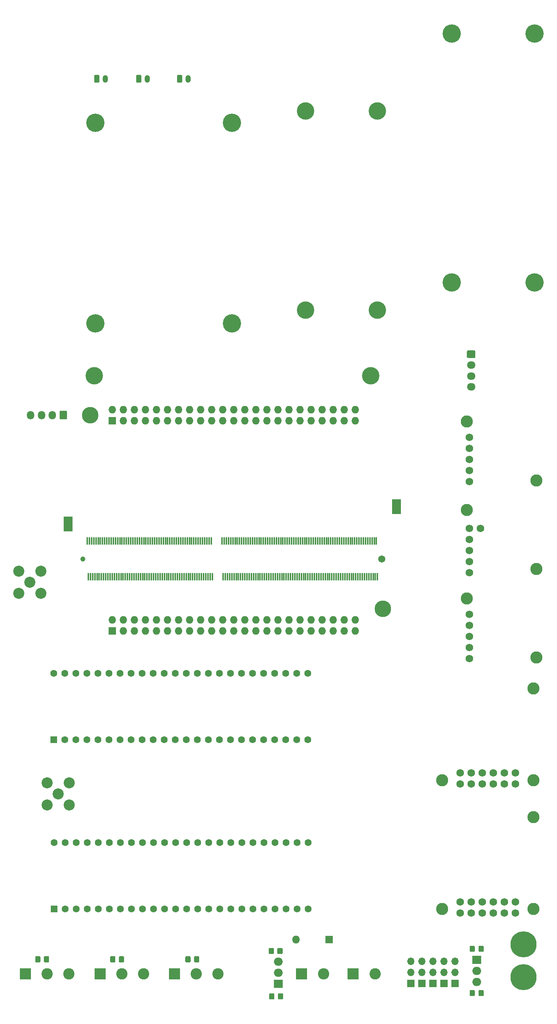
<source format=gbr>
%TF.GenerationSoftware,KiCad,Pcbnew,5.1.5+dfsg1-2build2*%
%TF.CreationDate,2020-11-09T16:58:00-06:00*%
%TF.ProjectId,TARS-MK1,54415253-2d4d-44b3-912e-6b696361645f,rev?*%
%TF.SameCoordinates,Original*%
%TF.FileFunction,Soldermask,Bot*%
%TF.FilePolarity,Negative*%
%FSLAX46Y46*%
G04 Gerber Fmt 4.6, Leading zero omitted, Abs format (unit mm)*
G04 Created by KiCad (PCBNEW 5.1.5+dfsg1-2build2) date 2020-11-09 16:58:00*
%MOMM*%
%LPD*%
G04 APERTURE LIST*
%ADD10C,3.800000*%
%ADD11O,1.727200X1.727200*%
%ADD12R,1.727200X1.727200*%
%ADD13O,1.200000X1.750000*%
%ADD14C,0.100000*%
%ADD15O,2.000000X1.905000*%
%ADD16R,2.000000X1.905000*%
%ADD17C,1.600000*%
%ADD18R,1.600000X1.600000*%
%ADD19C,2.600000*%
%ADD20R,2.600000X2.600000*%
%ADD21O,1.800000X1.800000*%
%ADD22R,1.800000X1.800000*%
%ADD23C,4.000000*%
%ADD24C,4.200000*%
%ADD25C,2.800000*%
%ADD26C,1.750000*%
%ADD27C,2.540000*%
%ADD28O,1.700000X1.700000*%
%ADD29R,1.700000X1.700000*%
%ADD30R,2.000000X3.500000*%
%ADD31C,1.150000*%
%ADD32C,1.650000*%
%ADD33R,0.300000X1.750000*%
%ADD34O,1.950000X1.700000*%
%ADD35C,6.000000*%
%ADD36O,1.700000X1.950000*%
G04 APERTURE END LIST*
D10*
%TO.C,U2001*%
X286360000Y-180970000D03*
X219050000Y-136520000D03*
D11*
X236830000Y-137790000D03*
X244450000Y-137790000D03*
X231750000Y-135250000D03*
X264770000Y-135250000D03*
X267310000Y-137790000D03*
X234290000Y-135250000D03*
X267310000Y-135250000D03*
X269850000Y-137790000D03*
X269850000Y-135250000D03*
X239370000Y-135250000D03*
X257150000Y-135250000D03*
X259690000Y-137790000D03*
X246990000Y-137790000D03*
X234290000Y-137790000D03*
X229210000Y-135250000D03*
X231750000Y-137790000D03*
X252070000Y-135250000D03*
X236830000Y-135250000D03*
X280010000Y-135250000D03*
X241910000Y-135250000D03*
X254610000Y-137790000D03*
X241910000Y-137790000D03*
D12*
X224130000Y-137790000D03*
D11*
X224130000Y-135250000D03*
X262230000Y-135250000D03*
X264770000Y-137790000D03*
X244450000Y-135250000D03*
X254610000Y-135250000D03*
X249530000Y-137790000D03*
X257150000Y-137790000D03*
X272390000Y-137790000D03*
X272390000Y-135250000D03*
X274930000Y-137790000D03*
X274930000Y-135250000D03*
X277470000Y-137790000D03*
X277470000Y-135250000D03*
X280010000Y-137790000D03*
X259690000Y-135250000D03*
X262230000Y-137790000D03*
X252070000Y-137790000D03*
X239370000Y-137790000D03*
X226670000Y-137790000D03*
X226670000Y-135250000D03*
X229210000Y-137790000D03*
X249530000Y-135250000D03*
X246990000Y-135250000D03*
X280010000Y-183510000D03*
X280010000Y-186050000D03*
X277470000Y-183510000D03*
X277470000Y-186050000D03*
X274930000Y-183510000D03*
X274930000Y-186050000D03*
X272390000Y-183510000D03*
X272390000Y-186050000D03*
X269850000Y-183510000D03*
X269850000Y-186050000D03*
X267310000Y-183510000D03*
X267310000Y-186050000D03*
X264770000Y-183510000D03*
X264770000Y-186050000D03*
X262230000Y-183510000D03*
X262230000Y-186050000D03*
X259690000Y-183510000D03*
X259690000Y-186050000D03*
X257150000Y-183510000D03*
X257150000Y-186050000D03*
X254610000Y-183510000D03*
X254610000Y-186050000D03*
X252070000Y-183510000D03*
X252070000Y-186050000D03*
X249530000Y-183510000D03*
X249530000Y-186050000D03*
X246990000Y-183510000D03*
X246990000Y-186050000D03*
X244450000Y-183510000D03*
X244450000Y-186050000D03*
X241910000Y-183510000D03*
X241910000Y-186050000D03*
X239370000Y-183510000D03*
X239370000Y-186050000D03*
X236830000Y-183510000D03*
X236830000Y-186050000D03*
X234290000Y-183510000D03*
X234290000Y-186050000D03*
X231750000Y-183510000D03*
X231750000Y-186050000D03*
X229210000Y-183510000D03*
X229210000Y-186050000D03*
X226670000Y-183510000D03*
X226670000Y-186050000D03*
X224130000Y-183510000D03*
D12*
X224130000Y-186050000D03*
%TD*%
D13*
%TO.C,J6007*%
X241624000Y-59304000D03*
D14*
G36*
X239998505Y-58430204D02*
G01*
X240022773Y-58433804D01*
X240046572Y-58439765D01*
X240069671Y-58448030D01*
X240091850Y-58458520D01*
X240112893Y-58471132D01*
X240132599Y-58485747D01*
X240150777Y-58502223D01*
X240167253Y-58520401D01*
X240181868Y-58540107D01*
X240194480Y-58561150D01*
X240204970Y-58583329D01*
X240213235Y-58606428D01*
X240219196Y-58630227D01*
X240222796Y-58654495D01*
X240224000Y-58678999D01*
X240224000Y-59929001D01*
X240222796Y-59953505D01*
X240219196Y-59977773D01*
X240213235Y-60001572D01*
X240204970Y-60024671D01*
X240194480Y-60046850D01*
X240181868Y-60067893D01*
X240167253Y-60087599D01*
X240150777Y-60105777D01*
X240132599Y-60122253D01*
X240112893Y-60136868D01*
X240091850Y-60149480D01*
X240069671Y-60159970D01*
X240046572Y-60168235D01*
X240022773Y-60174196D01*
X239998505Y-60177796D01*
X239974001Y-60179000D01*
X239273999Y-60179000D01*
X239249495Y-60177796D01*
X239225227Y-60174196D01*
X239201428Y-60168235D01*
X239178329Y-60159970D01*
X239156150Y-60149480D01*
X239135107Y-60136868D01*
X239115401Y-60122253D01*
X239097223Y-60105777D01*
X239080747Y-60087599D01*
X239066132Y-60067893D01*
X239053520Y-60046850D01*
X239043030Y-60024671D01*
X239034765Y-60001572D01*
X239028804Y-59977773D01*
X239025204Y-59953505D01*
X239024000Y-59929001D01*
X239024000Y-58678999D01*
X239025204Y-58654495D01*
X239028804Y-58630227D01*
X239034765Y-58606428D01*
X239043030Y-58583329D01*
X239053520Y-58561150D01*
X239066132Y-58540107D01*
X239080747Y-58520401D01*
X239097223Y-58502223D01*
X239115401Y-58485747D01*
X239135107Y-58471132D01*
X239156150Y-58458520D01*
X239178329Y-58448030D01*
X239201428Y-58439765D01*
X239225227Y-58433804D01*
X239249495Y-58430204D01*
X239273999Y-58429000D01*
X239974001Y-58429000D01*
X239998505Y-58430204D01*
G37*
%TD*%
D13*
%TO.C,J6004*%
X222574000Y-59304000D03*
D14*
G36*
X220948505Y-58430204D02*
G01*
X220972773Y-58433804D01*
X220996572Y-58439765D01*
X221019671Y-58448030D01*
X221041850Y-58458520D01*
X221062893Y-58471132D01*
X221082599Y-58485747D01*
X221100777Y-58502223D01*
X221117253Y-58520401D01*
X221131868Y-58540107D01*
X221144480Y-58561150D01*
X221154970Y-58583329D01*
X221163235Y-58606428D01*
X221169196Y-58630227D01*
X221172796Y-58654495D01*
X221174000Y-58678999D01*
X221174000Y-59929001D01*
X221172796Y-59953505D01*
X221169196Y-59977773D01*
X221163235Y-60001572D01*
X221154970Y-60024671D01*
X221144480Y-60046850D01*
X221131868Y-60067893D01*
X221117253Y-60087599D01*
X221100777Y-60105777D01*
X221082599Y-60122253D01*
X221062893Y-60136868D01*
X221041850Y-60149480D01*
X221019671Y-60159970D01*
X220996572Y-60168235D01*
X220972773Y-60174196D01*
X220948505Y-60177796D01*
X220924001Y-60179000D01*
X220223999Y-60179000D01*
X220199495Y-60177796D01*
X220175227Y-60174196D01*
X220151428Y-60168235D01*
X220128329Y-60159970D01*
X220106150Y-60149480D01*
X220085107Y-60136868D01*
X220065401Y-60122253D01*
X220047223Y-60105777D01*
X220030747Y-60087599D01*
X220016132Y-60067893D01*
X220003520Y-60046850D01*
X219993030Y-60024671D01*
X219984765Y-60001572D01*
X219978804Y-59977773D01*
X219975204Y-59953505D01*
X219974000Y-59929001D01*
X219974000Y-58678999D01*
X219975204Y-58654495D01*
X219978804Y-58630227D01*
X219984765Y-58606428D01*
X219993030Y-58583329D01*
X220003520Y-58561150D01*
X220016132Y-58540107D01*
X220030747Y-58520401D01*
X220047223Y-58502223D01*
X220065401Y-58485747D01*
X220085107Y-58471132D01*
X220106150Y-58458520D01*
X220128329Y-58448030D01*
X220151428Y-58439765D01*
X220175227Y-58433804D01*
X220199495Y-58430204D01*
X220223999Y-58429000D01*
X220924001Y-58429000D01*
X220948505Y-58430204D01*
G37*
%TD*%
D13*
%TO.C,J6005*%
X232226000Y-59304000D03*
D14*
G36*
X230600505Y-58430204D02*
G01*
X230624773Y-58433804D01*
X230648572Y-58439765D01*
X230671671Y-58448030D01*
X230693850Y-58458520D01*
X230714893Y-58471132D01*
X230734599Y-58485747D01*
X230752777Y-58502223D01*
X230769253Y-58520401D01*
X230783868Y-58540107D01*
X230796480Y-58561150D01*
X230806970Y-58583329D01*
X230815235Y-58606428D01*
X230821196Y-58630227D01*
X230824796Y-58654495D01*
X230826000Y-58678999D01*
X230826000Y-59929001D01*
X230824796Y-59953505D01*
X230821196Y-59977773D01*
X230815235Y-60001572D01*
X230806970Y-60024671D01*
X230796480Y-60046850D01*
X230783868Y-60067893D01*
X230769253Y-60087599D01*
X230752777Y-60105777D01*
X230734599Y-60122253D01*
X230714893Y-60136868D01*
X230693850Y-60149480D01*
X230671671Y-60159970D01*
X230648572Y-60168235D01*
X230624773Y-60174196D01*
X230600505Y-60177796D01*
X230576001Y-60179000D01*
X229875999Y-60179000D01*
X229851495Y-60177796D01*
X229827227Y-60174196D01*
X229803428Y-60168235D01*
X229780329Y-60159970D01*
X229758150Y-60149480D01*
X229737107Y-60136868D01*
X229717401Y-60122253D01*
X229699223Y-60105777D01*
X229682747Y-60087599D01*
X229668132Y-60067893D01*
X229655520Y-60046850D01*
X229645030Y-60024671D01*
X229636765Y-60001572D01*
X229630804Y-59977773D01*
X229627204Y-59953505D01*
X229626000Y-59929001D01*
X229626000Y-58678999D01*
X229627204Y-58654495D01*
X229630804Y-58630227D01*
X229636765Y-58606428D01*
X229645030Y-58583329D01*
X229655520Y-58561150D01*
X229668132Y-58540107D01*
X229682747Y-58520401D01*
X229699223Y-58502223D01*
X229717401Y-58485747D01*
X229737107Y-58471132D01*
X229758150Y-58458520D01*
X229780329Y-58448030D01*
X229803428Y-58439765D01*
X229827227Y-58433804D01*
X229851495Y-58430204D01*
X229875999Y-58429000D01*
X230576001Y-58429000D01*
X230600505Y-58430204D01*
G37*
%TD*%
D15*
%TO.C,U6003*%
X307950000Y-266695000D03*
X307950000Y-264155000D03*
D16*
X307950000Y-261615000D03*
%TD*%
D14*
%TO.C,C6002*%
G36*
X309324505Y-268536204D02*
G01*
X309348773Y-268539804D01*
X309372572Y-268545765D01*
X309395671Y-268554030D01*
X309417850Y-268564520D01*
X309438893Y-268577132D01*
X309458599Y-268591747D01*
X309476777Y-268608223D01*
X309493253Y-268626401D01*
X309507868Y-268646107D01*
X309520480Y-268667150D01*
X309530970Y-268689329D01*
X309539235Y-268712428D01*
X309545196Y-268736227D01*
X309548796Y-268760495D01*
X309550000Y-268784999D01*
X309550000Y-269685001D01*
X309548796Y-269709505D01*
X309545196Y-269733773D01*
X309539235Y-269757572D01*
X309530970Y-269780671D01*
X309520480Y-269802850D01*
X309507868Y-269823893D01*
X309493253Y-269843599D01*
X309476777Y-269861777D01*
X309458599Y-269878253D01*
X309438893Y-269892868D01*
X309417850Y-269905480D01*
X309395671Y-269915970D01*
X309372572Y-269924235D01*
X309348773Y-269930196D01*
X309324505Y-269933796D01*
X309300001Y-269935000D01*
X308649999Y-269935000D01*
X308625495Y-269933796D01*
X308601227Y-269930196D01*
X308577428Y-269924235D01*
X308554329Y-269915970D01*
X308532150Y-269905480D01*
X308511107Y-269892868D01*
X308491401Y-269878253D01*
X308473223Y-269861777D01*
X308456747Y-269843599D01*
X308442132Y-269823893D01*
X308429520Y-269802850D01*
X308419030Y-269780671D01*
X308410765Y-269757572D01*
X308404804Y-269733773D01*
X308401204Y-269709505D01*
X308400000Y-269685001D01*
X308400000Y-268784999D01*
X308401204Y-268760495D01*
X308404804Y-268736227D01*
X308410765Y-268712428D01*
X308419030Y-268689329D01*
X308429520Y-268667150D01*
X308442132Y-268646107D01*
X308456747Y-268626401D01*
X308473223Y-268608223D01*
X308491401Y-268591747D01*
X308511107Y-268577132D01*
X308532150Y-268564520D01*
X308554329Y-268554030D01*
X308577428Y-268545765D01*
X308601227Y-268539804D01*
X308625495Y-268536204D01*
X308649999Y-268535000D01*
X309300001Y-268535000D01*
X309324505Y-268536204D01*
G37*
G36*
X307274505Y-268536204D02*
G01*
X307298773Y-268539804D01*
X307322572Y-268545765D01*
X307345671Y-268554030D01*
X307367850Y-268564520D01*
X307388893Y-268577132D01*
X307408599Y-268591747D01*
X307426777Y-268608223D01*
X307443253Y-268626401D01*
X307457868Y-268646107D01*
X307470480Y-268667150D01*
X307480970Y-268689329D01*
X307489235Y-268712428D01*
X307495196Y-268736227D01*
X307498796Y-268760495D01*
X307500000Y-268784999D01*
X307500000Y-269685001D01*
X307498796Y-269709505D01*
X307495196Y-269733773D01*
X307489235Y-269757572D01*
X307480970Y-269780671D01*
X307470480Y-269802850D01*
X307457868Y-269823893D01*
X307443253Y-269843599D01*
X307426777Y-269861777D01*
X307408599Y-269878253D01*
X307388893Y-269892868D01*
X307367850Y-269905480D01*
X307345671Y-269915970D01*
X307322572Y-269924235D01*
X307298773Y-269930196D01*
X307274505Y-269933796D01*
X307250001Y-269935000D01*
X306599999Y-269935000D01*
X306575495Y-269933796D01*
X306551227Y-269930196D01*
X306527428Y-269924235D01*
X306504329Y-269915970D01*
X306482150Y-269905480D01*
X306461107Y-269892868D01*
X306441401Y-269878253D01*
X306423223Y-269861777D01*
X306406747Y-269843599D01*
X306392132Y-269823893D01*
X306379520Y-269802850D01*
X306369030Y-269780671D01*
X306360765Y-269757572D01*
X306354804Y-269733773D01*
X306351204Y-269709505D01*
X306350000Y-269685001D01*
X306350000Y-268784999D01*
X306351204Y-268760495D01*
X306354804Y-268736227D01*
X306360765Y-268712428D01*
X306369030Y-268689329D01*
X306379520Y-268667150D01*
X306392132Y-268646107D01*
X306406747Y-268626401D01*
X306423223Y-268608223D01*
X306441401Y-268591747D01*
X306461107Y-268577132D01*
X306482150Y-268564520D01*
X306504329Y-268554030D01*
X306527428Y-268545765D01*
X306551227Y-268539804D01*
X306575495Y-268536204D01*
X306599999Y-268535000D01*
X307250001Y-268535000D01*
X307274505Y-268536204D01*
G37*
%TD*%
%TO.C,C6001*%
G36*
X307274505Y-258376204D02*
G01*
X307298773Y-258379804D01*
X307322572Y-258385765D01*
X307345671Y-258394030D01*
X307367850Y-258404520D01*
X307388893Y-258417132D01*
X307408599Y-258431747D01*
X307426777Y-258448223D01*
X307443253Y-258466401D01*
X307457868Y-258486107D01*
X307470480Y-258507150D01*
X307480970Y-258529329D01*
X307489235Y-258552428D01*
X307495196Y-258576227D01*
X307498796Y-258600495D01*
X307500000Y-258624999D01*
X307500000Y-259525001D01*
X307498796Y-259549505D01*
X307495196Y-259573773D01*
X307489235Y-259597572D01*
X307480970Y-259620671D01*
X307470480Y-259642850D01*
X307457868Y-259663893D01*
X307443253Y-259683599D01*
X307426777Y-259701777D01*
X307408599Y-259718253D01*
X307388893Y-259732868D01*
X307367850Y-259745480D01*
X307345671Y-259755970D01*
X307322572Y-259764235D01*
X307298773Y-259770196D01*
X307274505Y-259773796D01*
X307250001Y-259775000D01*
X306599999Y-259775000D01*
X306575495Y-259773796D01*
X306551227Y-259770196D01*
X306527428Y-259764235D01*
X306504329Y-259755970D01*
X306482150Y-259745480D01*
X306461107Y-259732868D01*
X306441401Y-259718253D01*
X306423223Y-259701777D01*
X306406747Y-259683599D01*
X306392132Y-259663893D01*
X306379520Y-259642850D01*
X306369030Y-259620671D01*
X306360765Y-259597572D01*
X306354804Y-259573773D01*
X306351204Y-259549505D01*
X306350000Y-259525001D01*
X306350000Y-258624999D01*
X306351204Y-258600495D01*
X306354804Y-258576227D01*
X306360765Y-258552428D01*
X306369030Y-258529329D01*
X306379520Y-258507150D01*
X306392132Y-258486107D01*
X306406747Y-258466401D01*
X306423223Y-258448223D01*
X306441401Y-258431747D01*
X306461107Y-258417132D01*
X306482150Y-258404520D01*
X306504329Y-258394030D01*
X306527428Y-258385765D01*
X306551227Y-258379804D01*
X306575495Y-258376204D01*
X306599999Y-258375000D01*
X307250001Y-258375000D01*
X307274505Y-258376204D01*
G37*
G36*
X309324505Y-258376204D02*
G01*
X309348773Y-258379804D01*
X309372572Y-258385765D01*
X309395671Y-258394030D01*
X309417850Y-258404520D01*
X309438893Y-258417132D01*
X309458599Y-258431747D01*
X309476777Y-258448223D01*
X309493253Y-258466401D01*
X309507868Y-258486107D01*
X309520480Y-258507150D01*
X309530970Y-258529329D01*
X309539235Y-258552428D01*
X309545196Y-258576227D01*
X309548796Y-258600495D01*
X309550000Y-258624999D01*
X309550000Y-259525001D01*
X309548796Y-259549505D01*
X309545196Y-259573773D01*
X309539235Y-259597572D01*
X309530970Y-259620671D01*
X309520480Y-259642850D01*
X309507868Y-259663893D01*
X309493253Y-259683599D01*
X309476777Y-259701777D01*
X309458599Y-259718253D01*
X309438893Y-259732868D01*
X309417850Y-259745480D01*
X309395671Y-259755970D01*
X309372572Y-259764235D01*
X309348773Y-259770196D01*
X309324505Y-259773796D01*
X309300001Y-259775000D01*
X308649999Y-259775000D01*
X308625495Y-259773796D01*
X308601227Y-259770196D01*
X308577428Y-259764235D01*
X308554329Y-259755970D01*
X308532150Y-259745480D01*
X308511107Y-259732868D01*
X308491401Y-259718253D01*
X308473223Y-259701777D01*
X308456747Y-259683599D01*
X308442132Y-259663893D01*
X308429520Y-259642850D01*
X308419030Y-259620671D01*
X308410765Y-259597572D01*
X308404804Y-259573773D01*
X308401204Y-259549505D01*
X308400000Y-259525001D01*
X308400000Y-258624999D01*
X308401204Y-258600495D01*
X308404804Y-258576227D01*
X308410765Y-258552428D01*
X308419030Y-258529329D01*
X308429520Y-258507150D01*
X308442132Y-258486107D01*
X308456747Y-258466401D01*
X308473223Y-258448223D01*
X308491401Y-258431747D01*
X308511107Y-258417132D01*
X308532150Y-258404520D01*
X308554329Y-258394030D01*
X308577428Y-258385765D01*
X308601227Y-258379804D01*
X308625495Y-258376204D01*
X308649999Y-258375000D01*
X309300001Y-258375000D01*
X309324505Y-258376204D01*
G37*
%TD*%
D17*
%TO.C,U9001*%
X251308000Y-211069000D03*
X253848000Y-211069000D03*
X256388000Y-211069000D03*
X258928000Y-211069000D03*
X248768000Y-211069000D03*
X246228000Y-211069000D03*
X243688000Y-211069000D03*
X261468000Y-211069000D03*
X264008000Y-211069000D03*
X266548000Y-211069000D03*
X269088000Y-211069000D03*
X269088000Y-195829000D03*
X266548000Y-195829000D03*
X264008000Y-195829000D03*
X261468000Y-195829000D03*
X258928000Y-195829000D03*
X256388000Y-195829000D03*
X253848000Y-195829000D03*
X251308000Y-195829000D03*
X248768000Y-195829000D03*
X246228000Y-195829000D03*
X241148000Y-211069000D03*
X238608000Y-211069000D03*
X236068000Y-211069000D03*
X233528000Y-211069000D03*
X230988000Y-211069000D03*
X228448000Y-211069000D03*
X225908000Y-211069000D03*
X223368000Y-211069000D03*
X220828000Y-211069000D03*
X218288000Y-211069000D03*
X215748000Y-211069000D03*
X213208000Y-211069000D03*
D18*
X210668000Y-211069000D03*
D17*
X243688000Y-195829000D03*
X241148000Y-195829000D03*
X238608000Y-195829000D03*
X236068000Y-195829000D03*
X233528000Y-195829000D03*
X230988000Y-195829000D03*
X228448000Y-195829000D03*
X225908000Y-195829000D03*
X223368000Y-195829000D03*
X220828000Y-195829000D03*
X218288000Y-195829000D03*
X215748000Y-195829000D03*
X213208000Y-195829000D03*
X210668000Y-195829000D03*
%TD*%
D19*
%TO.C,J3007*%
X284582000Y-264790000D03*
D20*
X279502000Y-264790000D03*
%TD*%
D21*
%TO.C,D3001*%
X266421000Y-256916000D03*
D22*
X274041000Y-256916000D03*
%TD*%
D23*
%TO.C,U5001*%
X268580000Y-112390000D03*
X268580000Y-66670000D03*
X285090000Y-112390000D03*
X285090000Y-66670000D03*
%TD*%
D24*
%TO.C,U5002*%
X302235000Y-48890000D03*
X321285000Y-48890000D03*
X302235000Y-106040000D03*
X321285000Y-106040000D03*
%TD*%
D14*
%TO.C,R3005*%
G36*
X209391505Y-260789204D02*
G01*
X209415773Y-260792804D01*
X209439572Y-260798765D01*
X209462671Y-260807030D01*
X209484850Y-260817520D01*
X209505893Y-260830132D01*
X209525599Y-260844747D01*
X209543777Y-260861223D01*
X209560253Y-260879401D01*
X209574868Y-260899107D01*
X209587480Y-260920150D01*
X209597970Y-260942329D01*
X209606235Y-260965428D01*
X209612196Y-260989227D01*
X209615796Y-261013495D01*
X209617000Y-261037999D01*
X209617000Y-261938001D01*
X209615796Y-261962505D01*
X209612196Y-261986773D01*
X209606235Y-262010572D01*
X209597970Y-262033671D01*
X209587480Y-262055850D01*
X209574868Y-262076893D01*
X209560253Y-262096599D01*
X209543777Y-262114777D01*
X209525599Y-262131253D01*
X209505893Y-262145868D01*
X209484850Y-262158480D01*
X209462671Y-262168970D01*
X209439572Y-262177235D01*
X209415773Y-262183196D01*
X209391505Y-262186796D01*
X209367001Y-262188000D01*
X208666999Y-262188000D01*
X208642495Y-262186796D01*
X208618227Y-262183196D01*
X208594428Y-262177235D01*
X208571329Y-262168970D01*
X208549150Y-262158480D01*
X208528107Y-262145868D01*
X208508401Y-262131253D01*
X208490223Y-262114777D01*
X208473747Y-262096599D01*
X208459132Y-262076893D01*
X208446520Y-262055850D01*
X208436030Y-262033671D01*
X208427765Y-262010572D01*
X208421804Y-261986773D01*
X208418204Y-261962505D01*
X208417000Y-261938001D01*
X208417000Y-261037999D01*
X208418204Y-261013495D01*
X208421804Y-260989227D01*
X208427765Y-260965428D01*
X208436030Y-260942329D01*
X208446520Y-260920150D01*
X208459132Y-260899107D01*
X208473747Y-260879401D01*
X208490223Y-260861223D01*
X208508401Y-260844747D01*
X208528107Y-260830132D01*
X208549150Y-260817520D01*
X208571329Y-260807030D01*
X208594428Y-260798765D01*
X208618227Y-260792804D01*
X208642495Y-260789204D01*
X208666999Y-260788000D01*
X209367001Y-260788000D01*
X209391505Y-260789204D01*
G37*
G36*
X207391505Y-260789204D02*
G01*
X207415773Y-260792804D01*
X207439572Y-260798765D01*
X207462671Y-260807030D01*
X207484850Y-260817520D01*
X207505893Y-260830132D01*
X207525599Y-260844747D01*
X207543777Y-260861223D01*
X207560253Y-260879401D01*
X207574868Y-260899107D01*
X207587480Y-260920150D01*
X207597970Y-260942329D01*
X207606235Y-260965428D01*
X207612196Y-260989227D01*
X207615796Y-261013495D01*
X207617000Y-261037999D01*
X207617000Y-261938001D01*
X207615796Y-261962505D01*
X207612196Y-261986773D01*
X207606235Y-262010572D01*
X207597970Y-262033671D01*
X207587480Y-262055850D01*
X207574868Y-262076893D01*
X207560253Y-262096599D01*
X207543777Y-262114777D01*
X207525599Y-262131253D01*
X207505893Y-262145868D01*
X207484850Y-262158480D01*
X207462671Y-262168970D01*
X207439572Y-262177235D01*
X207415773Y-262183196D01*
X207391505Y-262186796D01*
X207367001Y-262188000D01*
X206666999Y-262188000D01*
X206642495Y-262186796D01*
X206618227Y-262183196D01*
X206594428Y-262177235D01*
X206571329Y-262168970D01*
X206549150Y-262158480D01*
X206528107Y-262145868D01*
X206508401Y-262131253D01*
X206490223Y-262114777D01*
X206473747Y-262096599D01*
X206459132Y-262076893D01*
X206446520Y-262055850D01*
X206436030Y-262033671D01*
X206427765Y-262010572D01*
X206421804Y-261986773D01*
X206418204Y-261962505D01*
X206417000Y-261938001D01*
X206417000Y-261037999D01*
X206418204Y-261013495D01*
X206421804Y-260989227D01*
X206427765Y-260965428D01*
X206436030Y-260942329D01*
X206446520Y-260920150D01*
X206459132Y-260899107D01*
X206473747Y-260879401D01*
X206490223Y-260861223D01*
X206508401Y-260844747D01*
X206528107Y-260830132D01*
X206549150Y-260817520D01*
X206571329Y-260807030D01*
X206594428Y-260798765D01*
X206618227Y-260792804D01*
X206642495Y-260789204D01*
X206666999Y-260788000D01*
X207367001Y-260788000D01*
X207391505Y-260789204D01*
G37*
%TD*%
%TO.C,R3004*%
G36*
X226631505Y-260789204D02*
G01*
X226655773Y-260792804D01*
X226679572Y-260798765D01*
X226702671Y-260807030D01*
X226724850Y-260817520D01*
X226745893Y-260830132D01*
X226765599Y-260844747D01*
X226783777Y-260861223D01*
X226800253Y-260879401D01*
X226814868Y-260899107D01*
X226827480Y-260920150D01*
X226837970Y-260942329D01*
X226846235Y-260965428D01*
X226852196Y-260989227D01*
X226855796Y-261013495D01*
X226857000Y-261037999D01*
X226857000Y-261938001D01*
X226855796Y-261962505D01*
X226852196Y-261986773D01*
X226846235Y-262010572D01*
X226837970Y-262033671D01*
X226827480Y-262055850D01*
X226814868Y-262076893D01*
X226800253Y-262096599D01*
X226783777Y-262114777D01*
X226765599Y-262131253D01*
X226745893Y-262145868D01*
X226724850Y-262158480D01*
X226702671Y-262168970D01*
X226679572Y-262177235D01*
X226655773Y-262183196D01*
X226631505Y-262186796D01*
X226607001Y-262188000D01*
X225906999Y-262188000D01*
X225882495Y-262186796D01*
X225858227Y-262183196D01*
X225834428Y-262177235D01*
X225811329Y-262168970D01*
X225789150Y-262158480D01*
X225768107Y-262145868D01*
X225748401Y-262131253D01*
X225730223Y-262114777D01*
X225713747Y-262096599D01*
X225699132Y-262076893D01*
X225686520Y-262055850D01*
X225676030Y-262033671D01*
X225667765Y-262010572D01*
X225661804Y-261986773D01*
X225658204Y-261962505D01*
X225657000Y-261938001D01*
X225657000Y-261037999D01*
X225658204Y-261013495D01*
X225661804Y-260989227D01*
X225667765Y-260965428D01*
X225676030Y-260942329D01*
X225686520Y-260920150D01*
X225699132Y-260899107D01*
X225713747Y-260879401D01*
X225730223Y-260861223D01*
X225748401Y-260844747D01*
X225768107Y-260830132D01*
X225789150Y-260817520D01*
X225811329Y-260807030D01*
X225834428Y-260798765D01*
X225858227Y-260792804D01*
X225882495Y-260789204D01*
X225906999Y-260788000D01*
X226607001Y-260788000D01*
X226631505Y-260789204D01*
G37*
G36*
X224631505Y-260789204D02*
G01*
X224655773Y-260792804D01*
X224679572Y-260798765D01*
X224702671Y-260807030D01*
X224724850Y-260817520D01*
X224745893Y-260830132D01*
X224765599Y-260844747D01*
X224783777Y-260861223D01*
X224800253Y-260879401D01*
X224814868Y-260899107D01*
X224827480Y-260920150D01*
X224837970Y-260942329D01*
X224846235Y-260965428D01*
X224852196Y-260989227D01*
X224855796Y-261013495D01*
X224857000Y-261037999D01*
X224857000Y-261938001D01*
X224855796Y-261962505D01*
X224852196Y-261986773D01*
X224846235Y-262010572D01*
X224837970Y-262033671D01*
X224827480Y-262055850D01*
X224814868Y-262076893D01*
X224800253Y-262096599D01*
X224783777Y-262114777D01*
X224765599Y-262131253D01*
X224745893Y-262145868D01*
X224724850Y-262158480D01*
X224702671Y-262168970D01*
X224679572Y-262177235D01*
X224655773Y-262183196D01*
X224631505Y-262186796D01*
X224607001Y-262188000D01*
X223906999Y-262188000D01*
X223882495Y-262186796D01*
X223858227Y-262183196D01*
X223834428Y-262177235D01*
X223811329Y-262168970D01*
X223789150Y-262158480D01*
X223768107Y-262145868D01*
X223748401Y-262131253D01*
X223730223Y-262114777D01*
X223713747Y-262096599D01*
X223699132Y-262076893D01*
X223686520Y-262055850D01*
X223676030Y-262033671D01*
X223667765Y-262010572D01*
X223661804Y-261986773D01*
X223658204Y-261962505D01*
X223657000Y-261938001D01*
X223657000Y-261037999D01*
X223658204Y-261013495D01*
X223661804Y-260989227D01*
X223667765Y-260965428D01*
X223676030Y-260942329D01*
X223686520Y-260920150D01*
X223699132Y-260899107D01*
X223713747Y-260879401D01*
X223730223Y-260861223D01*
X223748401Y-260844747D01*
X223768107Y-260830132D01*
X223789150Y-260817520D01*
X223811329Y-260807030D01*
X223834428Y-260798765D01*
X223858227Y-260792804D01*
X223882495Y-260789204D01*
X223906999Y-260788000D01*
X224607001Y-260788000D01*
X224631505Y-260789204D01*
G37*
%TD*%
%TO.C,R3003*%
G36*
X243916505Y-260789204D02*
G01*
X243940773Y-260792804D01*
X243964572Y-260798765D01*
X243987671Y-260807030D01*
X244009850Y-260817520D01*
X244030893Y-260830132D01*
X244050599Y-260844747D01*
X244068777Y-260861223D01*
X244085253Y-260879401D01*
X244099868Y-260899107D01*
X244112480Y-260920150D01*
X244122970Y-260942329D01*
X244131235Y-260965428D01*
X244137196Y-260989227D01*
X244140796Y-261013495D01*
X244142000Y-261037999D01*
X244142000Y-261938001D01*
X244140796Y-261962505D01*
X244137196Y-261986773D01*
X244131235Y-262010572D01*
X244122970Y-262033671D01*
X244112480Y-262055850D01*
X244099868Y-262076893D01*
X244085253Y-262096599D01*
X244068777Y-262114777D01*
X244050599Y-262131253D01*
X244030893Y-262145868D01*
X244009850Y-262158480D01*
X243987671Y-262168970D01*
X243964572Y-262177235D01*
X243940773Y-262183196D01*
X243916505Y-262186796D01*
X243892001Y-262188000D01*
X243191999Y-262188000D01*
X243167495Y-262186796D01*
X243143227Y-262183196D01*
X243119428Y-262177235D01*
X243096329Y-262168970D01*
X243074150Y-262158480D01*
X243053107Y-262145868D01*
X243033401Y-262131253D01*
X243015223Y-262114777D01*
X242998747Y-262096599D01*
X242984132Y-262076893D01*
X242971520Y-262055850D01*
X242961030Y-262033671D01*
X242952765Y-262010572D01*
X242946804Y-261986773D01*
X242943204Y-261962505D01*
X242942000Y-261938001D01*
X242942000Y-261037999D01*
X242943204Y-261013495D01*
X242946804Y-260989227D01*
X242952765Y-260965428D01*
X242961030Y-260942329D01*
X242971520Y-260920150D01*
X242984132Y-260899107D01*
X242998747Y-260879401D01*
X243015223Y-260861223D01*
X243033401Y-260844747D01*
X243053107Y-260830132D01*
X243074150Y-260817520D01*
X243096329Y-260807030D01*
X243119428Y-260798765D01*
X243143227Y-260792804D01*
X243167495Y-260789204D01*
X243191999Y-260788000D01*
X243892001Y-260788000D01*
X243916505Y-260789204D01*
G37*
G36*
X241916505Y-260789204D02*
G01*
X241940773Y-260792804D01*
X241964572Y-260798765D01*
X241987671Y-260807030D01*
X242009850Y-260817520D01*
X242030893Y-260830132D01*
X242050599Y-260844747D01*
X242068777Y-260861223D01*
X242085253Y-260879401D01*
X242099868Y-260899107D01*
X242112480Y-260920150D01*
X242122970Y-260942329D01*
X242131235Y-260965428D01*
X242137196Y-260989227D01*
X242140796Y-261013495D01*
X242142000Y-261037999D01*
X242142000Y-261938001D01*
X242140796Y-261962505D01*
X242137196Y-261986773D01*
X242131235Y-262010572D01*
X242122970Y-262033671D01*
X242112480Y-262055850D01*
X242099868Y-262076893D01*
X242085253Y-262096599D01*
X242068777Y-262114777D01*
X242050599Y-262131253D01*
X242030893Y-262145868D01*
X242009850Y-262158480D01*
X241987671Y-262168970D01*
X241964572Y-262177235D01*
X241940773Y-262183196D01*
X241916505Y-262186796D01*
X241892001Y-262188000D01*
X241191999Y-262188000D01*
X241167495Y-262186796D01*
X241143227Y-262183196D01*
X241119428Y-262177235D01*
X241096329Y-262168970D01*
X241074150Y-262158480D01*
X241053107Y-262145868D01*
X241033401Y-262131253D01*
X241015223Y-262114777D01*
X240998747Y-262096599D01*
X240984132Y-262076893D01*
X240971520Y-262055850D01*
X240961030Y-262033671D01*
X240952765Y-262010572D01*
X240946804Y-261986773D01*
X240943204Y-261962505D01*
X240942000Y-261938001D01*
X240942000Y-261037999D01*
X240943204Y-261013495D01*
X240946804Y-260989227D01*
X240952765Y-260965428D01*
X240961030Y-260942329D01*
X240971520Y-260920150D01*
X240984132Y-260899107D01*
X240998747Y-260879401D01*
X241015223Y-260861223D01*
X241033401Y-260844747D01*
X241053107Y-260830132D01*
X241074150Y-260817520D01*
X241096329Y-260807030D01*
X241119428Y-260798765D01*
X241143227Y-260792804D01*
X241167495Y-260789204D01*
X241191999Y-260788000D01*
X241892001Y-260788000D01*
X241916505Y-260789204D01*
G37*
%TD*%
%TO.C,R3002*%
G36*
X263080505Y-258884204D02*
G01*
X263104773Y-258887804D01*
X263128572Y-258893765D01*
X263151671Y-258902030D01*
X263173850Y-258912520D01*
X263194893Y-258925132D01*
X263214599Y-258939747D01*
X263232777Y-258956223D01*
X263249253Y-258974401D01*
X263263868Y-258994107D01*
X263276480Y-259015150D01*
X263286970Y-259037329D01*
X263295235Y-259060428D01*
X263301196Y-259084227D01*
X263304796Y-259108495D01*
X263306000Y-259132999D01*
X263306000Y-260033001D01*
X263304796Y-260057505D01*
X263301196Y-260081773D01*
X263295235Y-260105572D01*
X263286970Y-260128671D01*
X263276480Y-260150850D01*
X263263868Y-260171893D01*
X263249253Y-260191599D01*
X263232777Y-260209777D01*
X263214599Y-260226253D01*
X263194893Y-260240868D01*
X263173850Y-260253480D01*
X263151671Y-260263970D01*
X263128572Y-260272235D01*
X263104773Y-260278196D01*
X263080505Y-260281796D01*
X263056001Y-260283000D01*
X262355999Y-260283000D01*
X262331495Y-260281796D01*
X262307227Y-260278196D01*
X262283428Y-260272235D01*
X262260329Y-260263970D01*
X262238150Y-260253480D01*
X262217107Y-260240868D01*
X262197401Y-260226253D01*
X262179223Y-260209777D01*
X262162747Y-260191599D01*
X262148132Y-260171893D01*
X262135520Y-260150850D01*
X262125030Y-260128671D01*
X262116765Y-260105572D01*
X262110804Y-260081773D01*
X262107204Y-260057505D01*
X262106000Y-260033001D01*
X262106000Y-259132999D01*
X262107204Y-259108495D01*
X262110804Y-259084227D01*
X262116765Y-259060428D01*
X262125030Y-259037329D01*
X262135520Y-259015150D01*
X262148132Y-258994107D01*
X262162747Y-258974401D01*
X262179223Y-258956223D01*
X262197401Y-258939747D01*
X262217107Y-258925132D01*
X262238150Y-258912520D01*
X262260329Y-258902030D01*
X262283428Y-258893765D01*
X262307227Y-258887804D01*
X262331495Y-258884204D01*
X262355999Y-258883000D01*
X263056001Y-258883000D01*
X263080505Y-258884204D01*
G37*
G36*
X261080505Y-258884204D02*
G01*
X261104773Y-258887804D01*
X261128572Y-258893765D01*
X261151671Y-258902030D01*
X261173850Y-258912520D01*
X261194893Y-258925132D01*
X261214599Y-258939747D01*
X261232777Y-258956223D01*
X261249253Y-258974401D01*
X261263868Y-258994107D01*
X261276480Y-259015150D01*
X261286970Y-259037329D01*
X261295235Y-259060428D01*
X261301196Y-259084227D01*
X261304796Y-259108495D01*
X261306000Y-259132999D01*
X261306000Y-260033001D01*
X261304796Y-260057505D01*
X261301196Y-260081773D01*
X261295235Y-260105572D01*
X261286970Y-260128671D01*
X261276480Y-260150850D01*
X261263868Y-260171893D01*
X261249253Y-260191599D01*
X261232777Y-260209777D01*
X261214599Y-260226253D01*
X261194893Y-260240868D01*
X261173850Y-260253480D01*
X261151671Y-260263970D01*
X261128572Y-260272235D01*
X261104773Y-260278196D01*
X261080505Y-260281796D01*
X261056001Y-260283000D01*
X260355999Y-260283000D01*
X260331495Y-260281796D01*
X260307227Y-260278196D01*
X260283428Y-260272235D01*
X260260329Y-260263970D01*
X260238150Y-260253480D01*
X260217107Y-260240868D01*
X260197401Y-260226253D01*
X260179223Y-260209777D01*
X260162747Y-260191599D01*
X260148132Y-260171893D01*
X260135520Y-260150850D01*
X260125030Y-260128671D01*
X260116765Y-260105572D01*
X260110804Y-260081773D01*
X260107204Y-260057505D01*
X260106000Y-260033001D01*
X260106000Y-259132999D01*
X260107204Y-259108495D01*
X260110804Y-259084227D01*
X260116765Y-259060428D01*
X260125030Y-259037329D01*
X260135520Y-259015150D01*
X260148132Y-258994107D01*
X260162747Y-258974401D01*
X260179223Y-258956223D01*
X260197401Y-258939747D01*
X260217107Y-258925132D01*
X260238150Y-258912520D01*
X260260329Y-258902030D01*
X260283428Y-258893765D01*
X260307227Y-258887804D01*
X260331495Y-258884204D01*
X260355999Y-258883000D01*
X261056001Y-258883000D01*
X261080505Y-258884204D01*
G37*
%TD*%
%TO.C,R3001*%
G36*
X263207505Y-269298204D02*
G01*
X263231773Y-269301804D01*
X263255572Y-269307765D01*
X263278671Y-269316030D01*
X263300850Y-269326520D01*
X263321893Y-269339132D01*
X263341599Y-269353747D01*
X263359777Y-269370223D01*
X263376253Y-269388401D01*
X263390868Y-269408107D01*
X263403480Y-269429150D01*
X263413970Y-269451329D01*
X263422235Y-269474428D01*
X263428196Y-269498227D01*
X263431796Y-269522495D01*
X263433000Y-269546999D01*
X263433000Y-270447001D01*
X263431796Y-270471505D01*
X263428196Y-270495773D01*
X263422235Y-270519572D01*
X263413970Y-270542671D01*
X263403480Y-270564850D01*
X263390868Y-270585893D01*
X263376253Y-270605599D01*
X263359777Y-270623777D01*
X263341599Y-270640253D01*
X263321893Y-270654868D01*
X263300850Y-270667480D01*
X263278671Y-270677970D01*
X263255572Y-270686235D01*
X263231773Y-270692196D01*
X263207505Y-270695796D01*
X263183001Y-270697000D01*
X262482999Y-270697000D01*
X262458495Y-270695796D01*
X262434227Y-270692196D01*
X262410428Y-270686235D01*
X262387329Y-270677970D01*
X262365150Y-270667480D01*
X262344107Y-270654868D01*
X262324401Y-270640253D01*
X262306223Y-270623777D01*
X262289747Y-270605599D01*
X262275132Y-270585893D01*
X262262520Y-270564850D01*
X262252030Y-270542671D01*
X262243765Y-270519572D01*
X262237804Y-270495773D01*
X262234204Y-270471505D01*
X262233000Y-270447001D01*
X262233000Y-269546999D01*
X262234204Y-269522495D01*
X262237804Y-269498227D01*
X262243765Y-269474428D01*
X262252030Y-269451329D01*
X262262520Y-269429150D01*
X262275132Y-269408107D01*
X262289747Y-269388401D01*
X262306223Y-269370223D01*
X262324401Y-269353747D01*
X262344107Y-269339132D01*
X262365150Y-269326520D01*
X262387329Y-269316030D01*
X262410428Y-269307765D01*
X262434227Y-269301804D01*
X262458495Y-269298204D01*
X262482999Y-269297000D01*
X263183001Y-269297000D01*
X263207505Y-269298204D01*
G37*
G36*
X261207505Y-269298204D02*
G01*
X261231773Y-269301804D01*
X261255572Y-269307765D01*
X261278671Y-269316030D01*
X261300850Y-269326520D01*
X261321893Y-269339132D01*
X261341599Y-269353747D01*
X261359777Y-269370223D01*
X261376253Y-269388401D01*
X261390868Y-269408107D01*
X261403480Y-269429150D01*
X261413970Y-269451329D01*
X261422235Y-269474428D01*
X261428196Y-269498227D01*
X261431796Y-269522495D01*
X261433000Y-269546999D01*
X261433000Y-270447001D01*
X261431796Y-270471505D01*
X261428196Y-270495773D01*
X261422235Y-270519572D01*
X261413970Y-270542671D01*
X261403480Y-270564850D01*
X261390868Y-270585893D01*
X261376253Y-270605599D01*
X261359777Y-270623777D01*
X261341599Y-270640253D01*
X261321893Y-270654868D01*
X261300850Y-270667480D01*
X261278671Y-270677970D01*
X261255572Y-270686235D01*
X261231773Y-270692196D01*
X261207505Y-270695796D01*
X261183001Y-270697000D01*
X260482999Y-270697000D01*
X260458495Y-270695796D01*
X260434227Y-270692196D01*
X260410428Y-270686235D01*
X260387329Y-270677970D01*
X260365150Y-270667480D01*
X260344107Y-270654868D01*
X260324401Y-270640253D01*
X260306223Y-270623777D01*
X260289747Y-270605599D01*
X260275132Y-270585893D01*
X260262520Y-270564850D01*
X260252030Y-270542671D01*
X260243765Y-270519572D01*
X260237804Y-270495773D01*
X260234204Y-270471505D01*
X260233000Y-270447001D01*
X260233000Y-269546999D01*
X260234204Y-269522495D01*
X260237804Y-269498227D01*
X260243765Y-269474428D01*
X260252030Y-269451329D01*
X260262520Y-269429150D01*
X260275132Y-269408107D01*
X260289747Y-269388401D01*
X260306223Y-269370223D01*
X260324401Y-269353747D01*
X260344107Y-269339132D01*
X260365150Y-269326520D01*
X260387329Y-269316030D01*
X260410428Y-269307765D01*
X260434227Y-269301804D01*
X260458495Y-269298204D01*
X260482999Y-269297000D01*
X261183001Y-269297000D01*
X261207505Y-269298204D01*
G37*
%TD*%
D25*
%TO.C,U6005*%
X320990000Y-249890000D03*
X320990000Y-228890000D03*
X299990000Y-249890000D03*
D26*
X304140000Y-248280000D03*
X306680000Y-248280000D03*
X309220000Y-248280000D03*
X311760000Y-248280000D03*
X314300000Y-248280000D03*
X316840000Y-248280000D03*
X304140000Y-250820000D03*
X306680000Y-250820000D03*
X309220000Y-250820000D03*
X311760000Y-250820000D03*
X314300000Y-250820000D03*
X316840000Y-250820000D03*
%TD*%
D25*
%TO.C,U6004*%
X320990000Y-220340000D03*
X320990000Y-199340000D03*
X299990000Y-220340000D03*
D26*
X304140000Y-218730000D03*
X306680000Y-218730000D03*
X309220000Y-218730000D03*
X311760000Y-218730000D03*
X314300000Y-218730000D03*
X316840000Y-218730000D03*
X304140000Y-221270000D03*
X306680000Y-221270000D03*
X309220000Y-221270000D03*
X311760000Y-221270000D03*
X314300000Y-221270000D03*
X316840000Y-221270000D03*
%TD*%
D24*
%TO.C,REF\002A\002A*%
X251641000Y-69451000D03*
X220241000Y-115451000D03*
X220241000Y-69451000D03*
X251641000Y-115451000D03*
%TD*%
D27*
%TO.C,X1*%
X205181600Y-174899400D03*
X207721600Y-172359400D03*
X207721600Y-177439400D03*
X202641600Y-177439400D03*
X202641600Y-172359400D03*
%TD*%
D28*
%TO.C,J7003*%
X297899000Y-261920000D03*
X297899000Y-264460000D03*
D29*
X297899000Y-267000000D03*
%TD*%
D28*
%TO.C,J7002*%
X295359000Y-261920000D03*
X295359000Y-264460000D03*
D29*
X295359000Y-267000000D03*
%TD*%
D28*
%TO.C,J7001*%
X292819000Y-261920000D03*
X292819000Y-264460000D03*
D29*
X292819000Y-267000000D03*
%TD*%
D26*
%TO.C,U6002*%
X308790000Y-162570000D03*
X306250000Y-165110000D03*
X306250000Y-162570000D03*
X306250000Y-167650000D03*
X306250000Y-170190000D03*
D25*
X305650000Y-158350000D03*
X321650000Y-171850000D03*
D26*
X306250000Y-172730000D03*
%TD*%
D17*
%TO.C,U4001*%
X251435000Y-249931000D03*
X253975000Y-249931000D03*
X256515000Y-249931000D03*
X259055000Y-249931000D03*
X248895000Y-249931000D03*
X246355000Y-249931000D03*
X243815000Y-249931000D03*
X261595000Y-249931000D03*
X264135000Y-249931000D03*
X266675000Y-249931000D03*
X269215000Y-249931000D03*
X269215000Y-234691000D03*
X266675000Y-234691000D03*
X264135000Y-234691000D03*
X261595000Y-234691000D03*
X259055000Y-234691000D03*
X256515000Y-234691000D03*
X253975000Y-234691000D03*
X251435000Y-234691000D03*
X248895000Y-234691000D03*
X246355000Y-234691000D03*
X241275000Y-249931000D03*
X238735000Y-249931000D03*
X236195000Y-249931000D03*
X233655000Y-249931000D03*
X231115000Y-249931000D03*
X228575000Y-249931000D03*
X226035000Y-249931000D03*
X223495000Y-249931000D03*
X220955000Y-249931000D03*
X218415000Y-249931000D03*
X215875000Y-249931000D03*
X213335000Y-249931000D03*
D18*
X210795000Y-249931000D03*
D17*
X243815000Y-234691000D03*
X241275000Y-234691000D03*
X238735000Y-234691000D03*
X236195000Y-234691000D03*
X233655000Y-234691000D03*
X231115000Y-234691000D03*
X228575000Y-234691000D03*
X226035000Y-234691000D03*
X223495000Y-234691000D03*
X220955000Y-234691000D03*
X218415000Y-234691000D03*
X215875000Y-234691000D03*
X213335000Y-234691000D03*
X210795000Y-234691000D03*
%TD*%
D27*
%TO.C,X8001*%
X211684000Y-223515000D03*
X214224000Y-226055000D03*
X214224000Y-220975000D03*
X209144000Y-220975000D03*
X209144000Y-226055000D03*
%TD*%
D26*
%TO.C,U6006*%
X306250000Y-141610000D03*
X306250000Y-144150000D03*
X306250000Y-146690000D03*
X306250000Y-149230000D03*
X306250000Y-151770000D03*
D25*
X305650000Y-138030000D03*
X321650000Y-151530000D03*
%TD*%
D26*
%TO.C,U6001*%
X306250000Y-182250000D03*
X306250000Y-184790000D03*
X306250000Y-187330000D03*
X306250000Y-189870000D03*
X306250000Y-192410000D03*
D25*
X305650000Y-178670000D03*
X321650000Y-192170000D03*
%TD*%
D15*
%TO.C,Q3001*%
X262357000Y-261996000D03*
X262357000Y-264536000D03*
D16*
X262357000Y-267076000D03*
%TD*%
D23*
%TO.C,J11001*%
X283560000Y-127540000D03*
X219960000Y-127540000D03*
D30*
X289510000Y-157540000D03*
X214010000Y-161540000D03*
D31*
X217360000Y-169540000D03*
D32*
X286160000Y-169540000D03*
D33*
X218385000Y-165440000D03*
X218635000Y-173640000D03*
X218885000Y-165440000D03*
X219135000Y-173640000D03*
X219385000Y-165440000D03*
X219635000Y-173640000D03*
X219885000Y-165440000D03*
X220135000Y-173640000D03*
X220385000Y-165440000D03*
X220635000Y-173640000D03*
X220885000Y-165440000D03*
X221135000Y-173640000D03*
X221385000Y-165440000D03*
X221635000Y-173640000D03*
X221885000Y-165440000D03*
X222135000Y-173640000D03*
X222385000Y-165440000D03*
X222635000Y-173640000D03*
X222885000Y-165440000D03*
X223135000Y-173640000D03*
X223385000Y-165440000D03*
X223635000Y-173640000D03*
X223885000Y-165440000D03*
X224135000Y-173640000D03*
X224385000Y-165440000D03*
X224635000Y-173640000D03*
X224885000Y-165440000D03*
X225135000Y-173640000D03*
X225385000Y-165440000D03*
X225635000Y-173640000D03*
X225885000Y-165440000D03*
X226135000Y-173640000D03*
X226385000Y-165440000D03*
X226635000Y-173640000D03*
X226885000Y-165440000D03*
X227135000Y-173640000D03*
X227385000Y-165440000D03*
X227635000Y-173640000D03*
X227885000Y-165440000D03*
X228135000Y-173640000D03*
X228385000Y-165440000D03*
X228635000Y-173640000D03*
X228885000Y-165440000D03*
X229135000Y-173640000D03*
X229385000Y-165440000D03*
X229635000Y-173640000D03*
X229885000Y-165440000D03*
X230135000Y-173640000D03*
X230385000Y-165440000D03*
X230635000Y-173640000D03*
X230885000Y-165440000D03*
X231135000Y-173640000D03*
X231385000Y-165440000D03*
X231635000Y-173640000D03*
X231885000Y-165440000D03*
X232135000Y-173640000D03*
X232385000Y-165440000D03*
X232635000Y-173640000D03*
X232885000Y-165440000D03*
X233135000Y-173640000D03*
X233385000Y-165440000D03*
X233635000Y-173640000D03*
X233885000Y-165440000D03*
X234135000Y-173640000D03*
X234385000Y-165440000D03*
X234635000Y-173640000D03*
X234885000Y-165440000D03*
X235135000Y-173640000D03*
X235385000Y-165440000D03*
X235635000Y-173640000D03*
X235885000Y-165440000D03*
X236135000Y-173640000D03*
X236385000Y-165440000D03*
X236635000Y-173640000D03*
X236885000Y-165440000D03*
X237135000Y-173640000D03*
X237385000Y-165440000D03*
X237635000Y-173640000D03*
X237885000Y-165440000D03*
X238135000Y-173640000D03*
X238385000Y-165440000D03*
X238635000Y-173640000D03*
X238885000Y-165440000D03*
X239135000Y-173640000D03*
X239385000Y-165440000D03*
X239635000Y-173640000D03*
X239885000Y-165440000D03*
X240135000Y-173640000D03*
X240385000Y-165440000D03*
X240635000Y-173640000D03*
X240885000Y-165440000D03*
X241135000Y-173640000D03*
X241385000Y-165440000D03*
X241635000Y-173640000D03*
X241885000Y-165440000D03*
X242135000Y-173640000D03*
X242385000Y-165440000D03*
X242635000Y-173640000D03*
X242885000Y-165440000D03*
X243135000Y-173640000D03*
X243385000Y-165440000D03*
X243635000Y-173640000D03*
X243885000Y-165440000D03*
X244135000Y-173640000D03*
X244385000Y-165440000D03*
X244635000Y-173640000D03*
X244885000Y-165440000D03*
X245135000Y-173640000D03*
X245385000Y-165440000D03*
X245635000Y-173640000D03*
X245885000Y-165440000D03*
X246135000Y-173640000D03*
X246385000Y-165440000D03*
X246635000Y-173640000D03*
X246885000Y-165440000D03*
X247135000Y-173640000D03*
X249385000Y-165440000D03*
X249635000Y-173640000D03*
X249885000Y-165440000D03*
X250135000Y-173640000D03*
X250385000Y-165440000D03*
X250635000Y-173640000D03*
X250885000Y-165440000D03*
X251135000Y-173640000D03*
X251385000Y-165440000D03*
X251635000Y-173640000D03*
X251885000Y-165440000D03*
X252135000Y-173640000D03*
X252385000Y-165440000D03*
X252635000Y-173640000D03*
X252885000Y-165440000D03*
X253135000Y-173640000D03*
X253385000Y-165440000D03*
X253635000Y-173640000D03*
X253885000Y-165440000D03*
X254135000Y-173640000D03*
X254385000Y-165440000D03*
X254635000Y-173640000D03*
X254885000Y-165440000D03*
X255135000Y-173640000D03*
X255385000Y-165440000D03*
X255635000Y-173640000D03*
X255885000Y-165440000D03*
X256135000Y-173640000D03*
X256385000Y-165440000D03*
X256635000Y-173640000D03*
X256885000Y-165440000D03*
X257135000Y-173640000D03*
X257385000Y-165440000D03*
X257635000Y-173640000D03*
X257885000Y-165440000D03*
X258135000Y-173640000D03*
X258385000Y-165440000D03*
X258635000Y-173640000D03*
X258885000Y-165440000D03*
X259135000Y-173640000D03*
X259385000Y-165440000D03*
X259635000Y-173640000D03*
X259885000Y-165440000D03*
X260135000Y-173640000D03*
X260385000Y-165440000D03*
X260635000Y-173640000D03*
X260885000Y-165440000D03*
X261135000Y-173640000D03*
X261385000Y-165440000D03*
X261635000Y-173640000D03*
X261885000Y-165440000D03*
X262135000Y-173640000D03*
X262385000Y-165440000D03*
X262635000Y-173640000D03*
X262885000Y-165440000D03*
X263135000Y-173640000D03*
X263385000Y-165440000D03*
X263635000Y-173640000D03*
X263885000Y-165440000D03*
X264135000Y-173640000D03*
X264385000Y-165440000D03*
X264635000Y-173640000D03*
X264885000Y-165440000D03*
X265135000Y-173640000D03*
X265385000Y-165440000D03*
X265635000Y-173640000D03*
X265885000Y-165440000D03*
X266135000Y-173640000D03*
X266385000Y-165440000D03*
X266635000Y-173640000D03*
X266885000Y-165440000D03*
X267135000Y-173640000D03*
X267385000Y-165440000D03*
X267635000Y-173640000D03*
X267885000Y-165440000D03*
X268135000Y-173640000D03*
X268385000Y-165440000D03*
X268635000Y-173640000D03*
X268885000Y-165440000D03*
X269135000Y-173640000D03*
X269385000Y-165440000D03*
X269635000Y-173640000D03*
X269885000Y-165440000D03*
X270135000Y-173640000D03*
X270385000Y-165440000D03*
X270635000Y-173640000D03*
X270885000Y-165440000D03*
X271135000Y-173640000D03*
X271385000Y-165440000D03*
X271635000Y-173640000D03*
X271885000Y-165440000D03*
X272135000Y-173640000D03*
X272385000Y-165440000D03*
X272635000Y-173640000D03*
X272885000Y-165440000D03*
X273135000Y-173640000D03*
X273385000Y-165440000D03*
X273635000Y-173640000D03*
X273885000Y-165440000D03*
X274135000Y-173640000D03*
X274385000Y-165440000D03*
X274635000Y-173640000D03*
X274885000Y-165440000D03*
X275135000Y-173640000D03*
X275385000Y-165440000D03*
X275635000Y-173640000D03*
X275885000Y-165440000D03*
X276135000Y-173640000D03*
X276385000Y-165440000D03*
X276635000Y-173640000D03*
X276885000Y-165440000D03*
X277135000Y-173640000D03*
X277385000Y-165440000D03*
X277635000Y-173640000D03*
X277885000Y-165440000D03*
X278135000Y-173640000D03*
X278385000Y-165440000D03*
X278635000Y-173640000D03*
X278885000Y-165440000D03*
X279135000Y-173640000D03*
X279385000Y-165440000D03*
X279635000Y-173640000D03*
X279885000Y-165440000D03*
X280135000Y-173640000D03*
X280385000Y-165440000D03*
X280635000Y-173640000D03*
X280885000Y-165440000D03*
X281135000Y-173640000D03*
X281385000Y-165440000D03*
X281635000Y-173640000D03*
X281885000Y-165440000D03*
X282135000Y-173640000D03*
X282385000Y-165440000D03*
X282635000Y-173640000D03*
X282885000Y-165440000D03*
X283135000Y-173640000D03*
X283385000Y-165440000D03*
X283635000Y-173640000D03*
X283885000Y-165440000D03*
X284135000Y-173640000D03*
X284385000Y-165440000D03*
X284635000Y-173640000D03*
X284885000Y-165440000D03*
X285135000Y-173640000D03*
%TD*%
D34*
%TO.C,J6008*%
X306680000Y-130050000D03*
X306680000Y-127550000D03*
X306680000Y-125050000D03*
D14*
G36*
X307429504Y-121701204D02*
G01*
X307453773Y-121704804D01*
X307477571Y-121710765D01*
X307500671Y-121719030D01*
X307522849Y-121729520D01*
X307543893Y-121742133D01*
X307563598Y-121756747D01*
X307581777Y-121773223D01*
X307598253Y-121791402D01*
X307612867Y-121811107D01*
X307625480Y-121832151D01*
X307635970Y-121854329D01*
X307644235Y-121877429D01*
X307650196Y-121901227D01*
X307653796Y-121925496D01*
X307655000Y-121950000D01*
X307655000Y-123150000D01*
X307653796Y-123174504D01*
X307650196Y-123198773D01*
X307644235Y-123222571D01*
X307635970Y-123245671D01*
X307625480Y-123267849D01*
X307612867Y-123288893D01*
X307598253Y-123308598D01*
X307581777Y-123326777D01*
X307563598Y-123343253D01*
X307543893Y-123357867D01*
X307522849Y-123370480D01*
X307500671Y-123380970D01*
X307477571Y-123389235D01*
X307453773Y-123395196D01*
X307429504Y-123398796D01*
X307405000Y-123400000D01*
X305955000Y-123400000D01*
X305930496Y-123398796D01*
X305906227Y-123395196D01*
X305882429Y-123389235D01*
X305859329Y-123380970D01*
X305837151Y-123370480D01*
X305816107Y-123357867D01*
X305796402Y-123343253D01*
X305778223Y-123326777D01*
X305761747Y-123308598D01*
X305747133Y-123288893D01*
X305734520Y-123267849D01*
X305724030Y-123245671D01*
X305715765Y-123222571D01*
X305709804Y-123198773D01*
X305706204Y-123174504D01*
X305705000Y-123150000D01*
X305705000Y-121950000D01*
X305706204Y-121925496D01*
X305709804Y-121901227D01*
X305715765Y-121877429D01*
X305724030Y-121854329D01*
X305734520Y-121832151D01*
X305747133Y-121811107D01*
X305761747Y-121791402D01*
X305778223Y-121773223D01*
X305796402Y-121756747D01*
X305816107Y-121742133D01*
X305837151Y-121729520D01*
X305859329Y-121719030D01*
X305882429Y-121710765D01*
X305906227Y-121704804D01*
X305930496Y-121701204D01*
X305955000Y-121700000D01*
X307405000Y-121700000D01*
X307429504Y-121701204D01*
G37*
%TD*%
D35*
%TO.C,J6002*%
X318745000Y-258052000D03*
X318745000Y-265552000D03*
%TD*%
D36*
%TO.C,J6001*%
X205367640Y-136520000D03*
X207867640Y-136520000D03*
X210367640Y-136520000D03*
D14*
G36*
X213492144Y-135546204D02*
G01*
X213516413Y-135549804D01*
X213540211Y-135555765D01*
X213563311Y-135564030D01*
X213585489Y-135574520D01*
X213606533Y-135587133D01*
X213626238Y-135601747D01*
X213644417Y-135618223D01*
X213660893Y-135636402D01*
X213675507Y-135656107D01*
X213688120Y-135677151D01*
X213698610Y-135699329D01*
X213706875Y-135722429D01*
X213712836Y-135746227D01*
X213716436Y-135770496D01*
X213717640Y-135795000D01*
X213717640Y-137245000D01*
X213716436Y-137269504D01*
X213712836Y-137293773D01*
X213706875Y-137317571D01*
X213698610Y-137340671D01*
X213688120Y-137362849D01*
X213675507Y-137383893D01*
X213660893Y-137403598D01*
X213644417Y-137421777D01*
X213626238Y-137438253D01*
X213606533Y-137452867D01*
X213585489Y-137465480D01*
X213563311Y-137475970D01*
X213540211Y-137484235D01*
X213516413Y-137490196D01*
X213492144Y-137493796D01*
X213467640Y-137495000D01*
X212267640Y-137495000D01*
X212243136Y-137493796D01*
X212218867Y-137490196D01*
X212195069Y-137484235D01*
X212171969Y-137475970D01*
X212149791Y-137465480D01*
X212128747Y-137452867D01*
X212109042Y-137438253D01*
X212090863Y-137421777D01*
X212074387Y-137403598D01*
X212059773Y-137383893D01*
X212047160Y-137362849D01*
X212036670Y-137340671D01*
X212028405Y-137317571D01*
X212022444Y-137293773D01*
X212018844Y-137269504D01*
X212017640Y-137245000D01*
X212017640Y-135795000D01*
X212018844Y-135770496D01*
X212022444Y-135746227D01*
X212028405Y-135722429D01*
X212036670Y-135699329D01*
X212047160Y-135677151D01*
X212059773Y-135656107D01*
X212074387Y-135636402D01*
X212090863Y-135618223D01*
X212109042Y-135601747D01*
X212128747Y-135587133D01*
X212149791Y-135574520D01*
X212171969Y-135564030D01*
X212195069Y-135555765D01*
X212218867Y-135549804D01*
X212243136Y-135546204D01*
X212267640Y-135545000D01*
X213467640Y-135545000D01*
X213492144Y-135546204D01*
G37*
%TD*%
D19*
%TO.C,J3006*%
X214144000Y-264790000D03*
X209144000Y-264790000D03*
D20*
X204144000Y-264790000D03*
%TD*%
D19*
%TO.C,J3005*%
X231336000Y-264790000D03*
X226336000Y-264790000D03*
D20*
X221336000Y-264790000D03*
%TD*%
D19*
%TO.C,J3004*%
X248462000Y-264790000D03*
X243462000Y-264790000D03*
D20*
X238462000Y-264790000D03*
%TD*%
D28*
%TO.C,J3003*%
X302979000Y-261920000D03*
X302979000Y-264460000D03*
D29*
X302979000Y-267000000D03*
%TD*%
D28*
%TO.C,J3002*%
X300439000Y-261920000D03*
X300439000Y-264460000D03*
D29*
X300439000Y-267000000D03*
%TD*%
D19*
%TO.C,J3001*%
X272771000Y-264790000D03*
D20*
X267691000Y-264790000D03*
%TD*%
M02*

</source>
